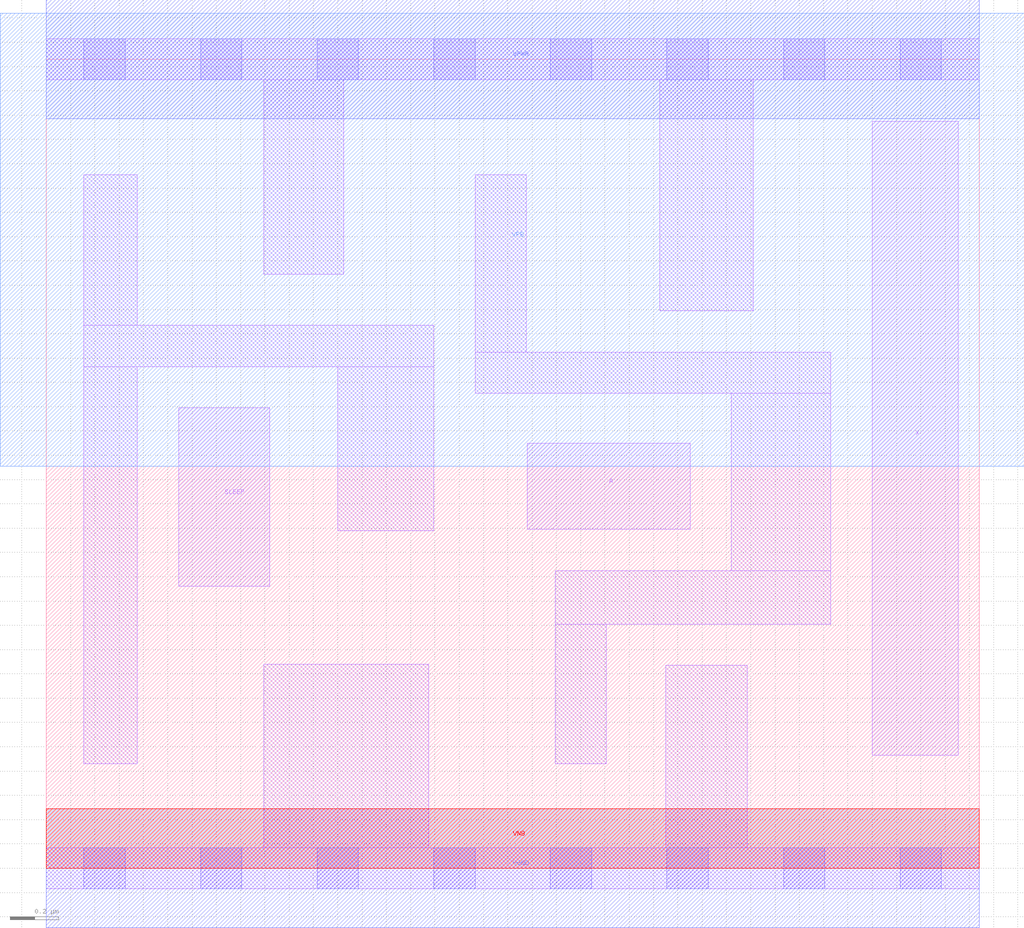
<source format=lef>
# Copyright 2020 The SkyWater PDK Authors
#
# Licensed under the Apache License, Version 2.0 (the "License");
# you may not use this file except in compliance with the License.
# You may obtain a copy of the License at
#
#     https://www.apache.org/licenses/LICENSE-2.0
#
# Unless required by applicable law or agreed to in writing, software
# distributed under the License is distributed on an "AS IS" BASIS,
# WITHOUT WARRANTIES OR CONDITIONS OF ANY KIND, either express or implied.
# See the License for the specific language governing permissions and
# limitations under the License.
#
# SPDX-License-Identifier: Apache-2.0

VERSION 5.7 ;
  NOWIREEXTENSIONATPIN ON ;
  DIVIDERCHAR "/" ;
  BUSBITCHARS "[]" ;
MACRO sky130_fd_sc_lp__inputiso0p_lp
  CLASS CORE ;
  FOREIGN sky130_fd_sc_lp__inputiso0p_lp ;
  ORIGIN  0.000000  0.000000 ;
  SIZE  3.840000 BY  3.330000 ;
  SYMMETRY X Y R90 ;
  SITE unit ;
  PIN A
    ANTENNAGATEAREA  0.189000 ;
    DIRECTION INPUT ;
    USE SIGNAL ;
    PORT
      LAYER li1 ;
        RECT 1.980000 1.395000 2.650000 1.750000 ;
    END
  END A
  PIN SLEEP
    ANTENNAGATEAREA  0.252000 ;
    DIRECTION INPUT ;
    USE SIGNAL ;
    PORT
      LAYER li1 ;
        RECT 0.545000 1.160000 0.920000 1.895000 ;
    END
  END SLEEP
  PIN X
    ANTENNADIFFAREA  0.445200 ;
    DIRECTION OUTPUT ;
    USE SIGNAL ;
    PORT
      LAYER li1 ;
        RECT 3.400000 0.465000 3.755000 3.075000 ;
    END
  END X
  PIN VGND
    DIRECTION INOUT ;
    USE GROUND ;
    PORT
      LAYER met1 ;
        RECT 0.000000 -0.245000 3.840000 0.245000 ;
    END
  END VGND
  PIN VNB
    DIRECTION INOUT ;
    USE GROUND ;
    PORT
      LAYER pwell ;
        RECT 0.000000 0.000000 3.840000 0.245000 ;
    END
  END VNB
  PIN VPB
    DIRECTION INOUT ;
    USE POWER ;
    PORT
      LAYER nwell ;
        RECT -0.190000 1.655000 4.025000 3.520000 ;
    END
  END VPB
  PIN VPWR
    DIRECTION INOUT ;
    USE POWER ;
    PORT
      LAYER met1 ;
        RECT 0.000000 3.085000 3.840000 3.575000 ;
    END
  END VPWR
  OBS
    LAYER li1 ;
      RECT 0.000000 -0.085000 3.840000 0.085000 ;
      RECT 0.000000  3.245000 3.840000 3.415000 ;
      RECT 0.155000  0.430000 0.375000 2.065000 ;
      RECT 0.155000  2.065000 1.595000 2.235000 ;
      RECT 0.155000  2.235000 0.375000 2.855000 ;
      RECT 0.895000  0.085000 1.575000 0.840000 ;
      RECT 0.895000  2.445000 1.225000 3.245000 ;
      RECT 1.200000  1.390000 1.595000 2.065000 ;
      RECT 1.765000  1.955000 3.230000 2.125000 ;
      RECT 1.765000  2.125000 1.975000 2.855000 ;
      RECT 2.095000  0.430000 2.305000 1.005000 ;
      RECT 2.095000  1.005000 3.230000 1.225000 ;
      RECT 2.525000  2.295000 2.910000 3.245000 ;
      RECT 2.550000  0.085000 2.885000 0.835000 ;
      RECT 2.820000  1.225000 3.230000 1.955000 ;
    LAYER mcon ;
      RECT 0.155000 -0.085000 0.325000 0.085000 ;
      RECT 0.155000  3.245000 0.325000 3.415000 ;
      RECT 0.635000 -0.085000 0.805000 0.085000 ;
      RECT 0.635000  3.245000 0.805000 3.415000 ;
      RECT 1.115000 -0.085000 1.285000 0.085000 ;
      RECT 1.115000  3.245000 1.285000 3.415000 ;
      RECT 1.595000 -0.085000 1.765000 0.085000 ;
      RECT 1.595000  3.245000 1.765000 3.415000 ;
      RECT 2.075000 -0.085000 2.245000 0.085000 ;
      RECT 2.075000  3.245000 2.245000 3.415000 ;
      RECT 2.555000 -0.085000 2.725000 0.085000 ;
      RECT 2.555000  3.245000 2.725000 3.415000 ;
      RECT 3.035000 -0.085000 3.205000 0.085000 ;
      RECT 3.035000  3.245000 3.205000 3.415000 ;
      RECT 3.515000 -0.085000 3.685000 0.085000 ;
      RECT 3.515000  3.245000 3.685000 3.415000 ;
  END
END sky130_fd_sc_lp__inputiso0p_lp
END LIBRARY

</source>
